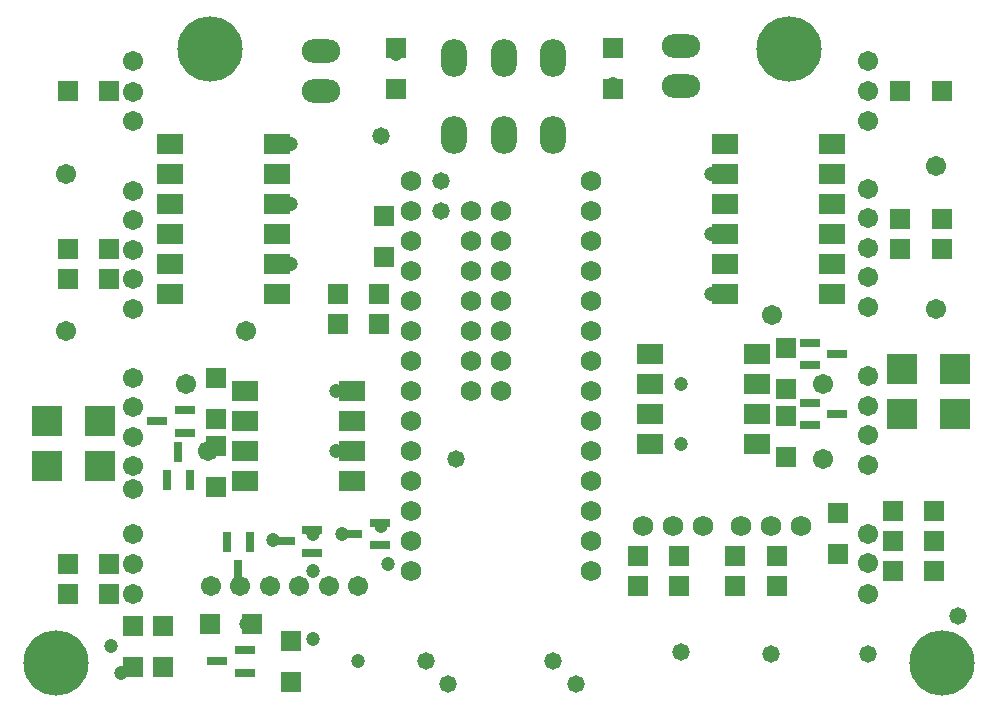
<source format=gbs>
G04 Layer_Color=16711935*
%FSLAX25Y25*%
%MOIN*%
G70*
G01*
G75*
%ADD34R,0.06706X0.06706*%
%ADD35R,0.06706X0.06706*%
%ADD37O,0.12800X0.07800*%
%ADD38C,0.06706*%
%ADD39C,0.21745*%
%ADD40C,0.06800*%
%ADD41O,0.08674X0.12611*%
%ADD42C,0.04737*%
%ADD43C,0.05800*%
%ADD44R,0.06509X0.03162*%
%ADD45R,0.03162X0.06509*%
%ADD46R,0.09855X0.09855*%
%ADD47R,0.09068X0.06706*%
D34*
X119390Y125000D02*
D03*
X105610D02*
D03*
X119390Y135000D02*
D03*
X105610D02*
D03*
X29390Y35000D02*
D03*
X15610D02*
D03*
X29390Y45000D02*
D03*
X15610D02*
D03*
X290610Y52500D02*
D03*
X304390D02*
D03*
X290610Y42500D02*
D03*
X304390D02*
D03*
X219390Y47500D02*
D03*
X205610D02*
D03*
X251890D02*
D03*
X238110D02*
D03*
X205610Y37500D02*
D03*
X219390D02*
D03*
X238110D02*
D03*
X251890D02*
D03*
X15610Y202500D02*
D03*
X29390D02*
D03*
X306890D02*
D03*
X293110D02*
D03*
X304390Y62500D02*
D03*
X290610D02*
D03*
X15610Y140000D02*
D03*
X29390D02*
D03*
X15610Y150000D02*
D03*
X29390D02*
D03*
X306890Y160000D02*
D03*
X293110D02*
D03*
X306890Y150000D02*
D03*
X293110D02*
D03*
X63110Y25000D02*
D03*
X76890D02*
D03*
D35*
X121000Y147110D02*
D03*
Y160890D02*
D03*
X125000Y203110D02*
D03*
Y216890D02*
D03*
X197500D02*
D03*
Y203110D02*
D03*
X37500Y10610D02*
D03*
Y24390D02*
D03*
X47500Y10610D02*
D03*
Y24390D02*
D03*
X65000Y84390D02*
D03*
Y70610D02*
D03*
Y106890D02*
D03*
Y93110D02*
D03*
X255000Y103110D02*
D03*
Y116890D02*
D03*
X272500Y61890D02*
D03*
Y48110D02*
D03*
X255000Y80610D02*
D03*
Y94390D02*
D03*
X90000Y5610D02*
D03*
Y19390D02*
D03*
D37*
X100000Y202500D02*
D03*
Y215886D02*
D03*
X220000Y217500D02*
D03*
Y204114D02*
D03*
D38*
X282500Y45158D02*
D03*
Y55000D02*
D03*
Y35000D02*
D03*
X73130Y37500D02*
D03*
X82972D02*
D03*
X92815D02*
D03*
X112500D02*
D03*
X102657D02*
D03*
X63287D02*
D03*
X37500Y87343D02*
D03*
Y77500D02*
D03*
Y97185D02*
D03*
Y107028D02*
D03*
X282500Y97658D02*
D03*
Y107500D02*
D03*
Y87815D02*
D03*
Y77972D02*
D03*
X37500Y202343D02*
D03*
Y192500D02*
D03*
Y212500D02*
D03*
Y139842D02*
D03*
Y130000D02*
D03*
Y149685D02*
D03*
Y159528D02*
D03*
Y169370D02*
D03*
X282500Y202658D02*
D03*
Y212500D02*
D03*
Y192500D02*
D03*
Y160158D02*
D03*
Y170000D02*
D03*
Y150315D02*
D03*
Y140472D02*
D03*
Y130630D02*
D03*
X37500Y44842D02*
D03*
Y35000D02*
D03*
Y55000D02*
D03*
X62500Y82500D02*
D03*
X37500Y70000D02*
D03*
X267500Y105000D02*
D03*
X75000Y122500D02*
D03*
X250500Y128000D02*
D03*
X15000Y122500D02*
D03*
Y175000D02*
D03*
X305000Y130000D02*
D03*
Y177500D02*
D03*
X267500Y80000D02*
D03*
X55000Y105000D02*
D03*
D39*
X11811Y11811D02*
D03*
X307087D02*
D03*
X62992Y216535D02*
D03*
X255906D02*
D03*
D40*
X207500Y57500D02*
D03*
X217500D02*
D03*
X227500D02*
D03*
X240000D02*
D03*
X250000D02*
D03*
X260000D02*
D03*
X190000Y52500D02*
D03*
Y62500D02*
D03*
Y72500D02*
D03*
Y82500D02*
D03*
Y92500D02*
D03*
Y102500D02*
D03*
Y112500D02*
D03*
Y122500D02*
D03*
Y132500D02*
D03*
Y142500D02*
D03*
Y152500D02*
D03*
Y162500D02*
D03*
Y172500D02*
D03*
X130000D02*
D03*
Y162500D02*
D03*
Y152500D02*
D03*
Y142500D02*
D03*
Y132500D02*
D03*
Y122500D02*
D03*
Y112500D02*
D03*
Y102500D02*
D03*
Y92500D02*
D03*
Y82500D02*
D03*
Y72500D02*
D03*
X160000Y122500D02*
D03*
Y132500D02*
D03*
Y142500D02*
D03*
Y152500D02*
D03*
Y162500D02*
D03*
X150000D02*
D03*
Y152500D02*
D03*
Y142500D02*
D03*
Y132500D02*
D03*
Y122500D02*
D03*
X160000Y102500D02*
D03*
X150000D02*
D03*
Y112500D02*
D03*
X160000D02*
D03*
X130000Y62500D02*
D03*
Y52500D02*
D03*
Y42500D02*
D03*
X190000D02*
D03*
D41*
X144429Y213622D02*
D03*
X160965D02*
D03*
X177500D02*
D03*
X144429Y188031D02*
D03*
X160965D02*
D03*
X177500D02*
D03*
D42*
X220000Y105000D02*
D03*
Y85000D02*
D03*
X97500Y20000D02*
D03*
Y55000D02*
D03*
Y42500D02*
D03*
X122500Y45000D02*
D03*
X120000Y57500D02*
D03*
X197500Y205000D02*
D03*
X125000Y215000D02*
D03*
X112500Y12500D02*
D03*
X75000Y25000D02*
D03*
X30000Y17500D02*
D03*
X105000Y82500D02*
D03*
Y102500D02*
D03*
X90000Y145000D02*
D03*
Y165000D02*
D03*
Y185000D02*
D03*
X230000Y175000D02*
D03*
Y155000D02*
D03*
Y135000D02*
D03*
X107000Y55000D02*
D03*
X84000Y53000D02*
D03*
X33500Y8500D02*
D03*
D43*
X250000Y15000D02*
D03*
X140000Y162500D02*
D03*
Y172500D02*
D03*
X120000Y187500D02*
D03*
X177500Y12500D02*
D03*
X220000Y15500D02*
D03*
X145000Y80000D02*
D03*
X312500Y27500D02*
D03*
X282500Y15000D02*
D03*
X185000Y5000D02*
D03*
X142500D02*
D03*
X135000Y12500D02*
D03*
D44*
X65374D02*
D03*
X74626Y8760D02*
D03*
Y16240D02*
D03*
X87874Y52500D02*
D03*
X97126Y48760D02*
D03*
Y56240D02*
D03*
X110374Y55000D02*
D03*
X119626Y51260D02*
D03*
Y58740D02*
D03*
X45374Y92500D02*
D03*
X54626Y88760D02*
D03*
Y96240D02*
D03*
X272126Y115000D02*
D03*
X262874Y118740D02*
D03*
Y111260D02*
D03*
X272126Y95000D02*
D03*
X262874Y98740D02*
D03*
Y91260D02*
D03*
D45*
X72500Y42874D02*
D03*
X76240Y52126D02*
D03*
X68760D02*
D03*
X52500Y82126D02*
D03*
X48760Y72874D02*
D03*
X56240D02*
D03*
D46*
X26358Y77500D02*
D03*
X8642D02*
D03*
X26358Y92500D02*
D03*
X8642D02*
D03*
X293642Y110000D02*
D03*
X311358D02*
D03*
X293642Y95000D02*
D03*
X311358D02*
D03*
D47*
X49587Y185000D02*
D03*
Y175000D02*
D03*
X85413D02*
D03*
Y185000D02*
D03*
X270413Y175000D02*
D03*
Y185000D02*
D03*
X234587D02*
D03*
Y175000D02*
D03*
X74587Y82500D02*
D03*
Y72500D02*
D03*
X110413D02*
D03*
Y82500D02*
D03*
X74587Y102500D02*
D03*
Y92500D02*
D03*
X110413D02*
D03*
Y102500D02*
D03*
X245413Y105000D02*
D03*
Y115000D02*
D03*
X209587D02*
D03*
Y105000D02*
D03*
X245413Y85000D02*
D03*
Y95000D02*
D03*
X209587D02*
D03*
Y85000D02*
D03*
X49587Y145000D02*
D03*
Y135000D02*
D03*
X85413D02*
D03*
Y145000D02*
D03*
X49587Y165000D02*
D03*
Y155000D02*
D03*
X85413D02*
D03*
Y165000D02*
D03*
X270413Y155000D02*
D03*
Y165000D02*
D03*
X234587D02*
D03*
Y155000D02*
D03*
X270413Y135000D02*
D03*
Y145000D02*
D03*
X234587D02*
D03*
Y135000D02*
D03*
M02*

</source>
